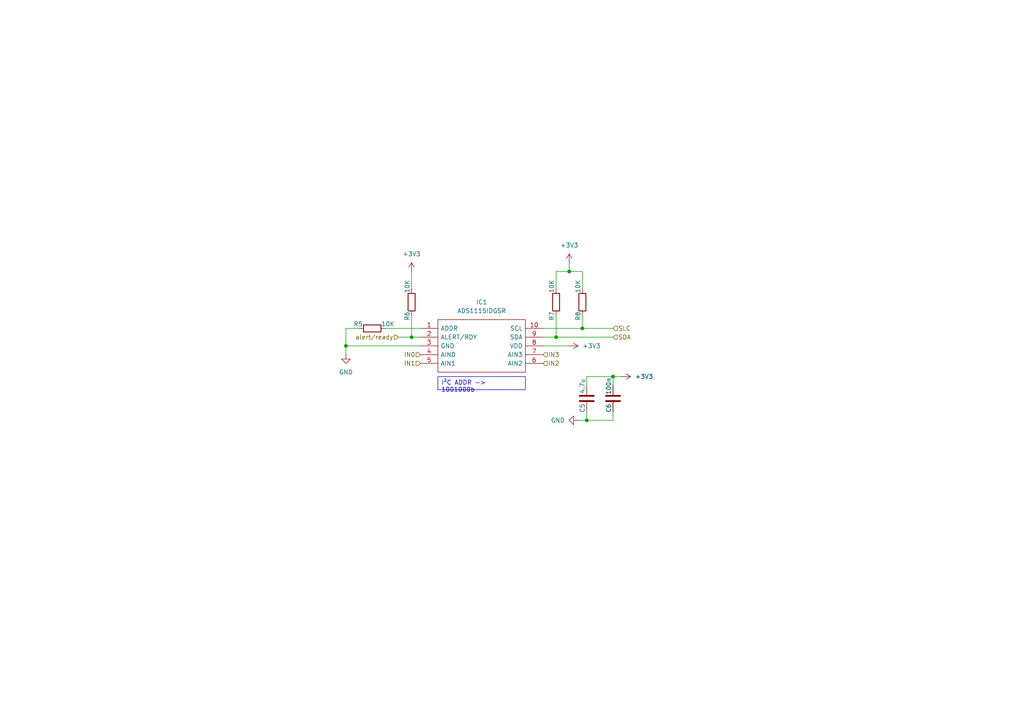
<source format=kicad_sch>
(kicad_sch (version 20231120) (generator "eeschema") (generator_version "8.0")
  (paper "A4")
  (title_block (company "SpaceLab UFSC"))
  (lib_symbols
    (symbol "ADS1115IDGSR:ADS1115IDGSR" (pin_names (offset 0.762))
      (property "Reference" "IC" (at 4.826 6.35 0))
      (property "Value" "ADS1115IDGSR" (at 4.826 3.81 0))
      (symbol "ADS1115IDGSR_0_0"
        (pin passive line (at 0 0 0) (length 5.08) (name "ADDR") (number "1"))
        (pin passive line (at 35.56 0 180) (length 5.08) (name "SCL") (number "10"))
        (pin passive line (at 0 -2.54 0) (length 5.08) (name "ALERT/RDY") (number "2"))
        (pin passive line (at 0 -5.08 0) (length 5.08) (name "GND") (number "3"))
        (pin passive line (at 0 -7.62 0) (length 5.08) (name "AIN0") (number "4"))
        (pin passive line (at 0 -10.16 0) (length 5.08) (name "AIN1") (number "5"))
        (pin passive line (at 35.56 -10.16 180) (length 5.08) (name "AIN2") (number "6"))
        (pin passive line (at 35.56 -7.62 180) (length 5.08) (name "AIN3") (number "7"))
        (pin passive line (at 35.56 -5.08 180) (length 5.08) (name "VDD") (number "8"))
        (pin passive line (at 35.56 -2.54 180) (length 5.08) (name "SDA") (number "9"))
      )
      (symbol "ADS1115IDGSR_0_1"
        (polyline (pts (xy 5.08 2.54) (xy 30.48 2.54) (xy 30.48 -12.7) (xy 5.08 -12.7) (xy 5.08 2.54)) (stroke (width 0.1524)))
      )
    )
    (symbol "Device:C" (pin_numbers hide) (pin_names (offset 0.254))
      (property "Reference" "C" (at 0.635 2.54 0))
      (property "Value" "C" (at 0.635 -2.54 0))
      (symbol "C_0_1"
        (polyline (pts (xy -2.032 -0.762) (xy 2.032 -0.762)) (stroke (width 0.508)))
        (polyline (pts (xy -2.032 0.762) (xy 2.032 0.762)) (stroke (width 0.508)))
      )
      (symbol "C_1_1"
        (pin passive line (at 0 3.81 270) (length 2.794) (name "~") (number "1"))
        (pin passive line (at 0 -3.81 90) (length 2.794) (name "~") (number "2"))
      )
    )
    (symbol "Device:R" (pin_numbers hide) (pin_names (offset 0))
      (property "Reference" "R" (at 2.032 0 90))
      (property "Value" "R" (at 0 0 90))
      (symbol "R_0_1"
        (rectangle (start -1.016 -2.54) (end 1.016 2.54) (stroke (width 0.254)))
      )
      (symbol "R_1_1"
        (pin passive line (at 0 3.81 270) (length 1.27) (name "~") (number "1"))
        (pin passive line (at 0 -3.81 90) (length 1.27) (name "~") (number "2"))
      )
    )
    (symbol "power:+3V3" (power) (pin_numbers hide) (pin_names (offset 0) hide)
      (property "Value" "+3V3" (at 0 3.556 0))
      (symbol "+3V3_0_1"
        (polyline (pts (xy -0.762 1.27) (xy 0 2.54)))
        (polyline (pts (xy 0 0) (xy 0 2.54)))
        (polyline (pts (xy 0 2.54) (xy 0.762 1.27)))
      )
      (symbol "+3V3_1_1"
        (pin power_in line (at 0 0 90) (length 0) (name "~") (number "1"))
      )
    )
    (symbol "power:GND" (power) (pin_numbers hide) (pin_names (offset 0) hide)
      (property "Value" "GND" (at 0 -3.81 0))
      (symbol "GND_0_1"
        (polyline (pts (xy 0 0) (xy 0 -1.27) (xy 1.27 -1.27) (xy 0 -2.54) (xy -1.27 -1.27) (xy 0 -1.27)))
      )
      (symbol "GND_1_1"
        (pin power_in line (at 0 0 270) (length 0) (name "~") (number "1"))
      )
    )
  )
  (junction (at 170.18 121.92))
  (junction (at 177.8 109.22))
  (junction (at 168.91 95.25))
  (junction (at 165.1 78.74))
  (junction (at 119.38 97.79))
  (junction (at 100.33 100.33))
  (junction (at 161.29 97.79))
  (wire (pts (xy 111.76 95.25) (xy 121.92 95.25)))
  (wire (pts (xy 157.48 100.33) (xy 165.1 100.33)))
  (wire (pts (xy 168.91 95.25) (xy 168.91 91.44)))
  (wire (pts (xy 170.18 121.92) (xy 177.8 121.92)))
  (wire (pts (xy 177.8 111.76) (xy 177.8 109.22)))
  (wire (pts (xy 119.38 78.74) (xy 119.38 83.82)))
  (wire (pts (xy 161.29 97.79) (xy 161.29 91.44)))
  (wire (pts (xy 177.8 119.38) (xy 177.8 121.92)))
  (wire (pts (xy 161.29 97.79) (xy 177.8 97.79)))
  (wire (pts (xy 180.34 109.22) (xy 177.8 109.22)))
  (wire (pts (xy 170.18 119.38) (xy 170.18 121.92)))
  (wire (pts (xy 165.1 76.2) (xy 165.1 78.74)))
  (wire (pts (xy 100.33 95.25) (xy 104.14 95.25)))
  (wire (pts (xy 157.48 95.25) (xy 168.91 95.25)))
  (wire (pts (xy 168.91 95.25) (xy 177.8 95.25)))
  (wire (pts (xy 121.92 100.33) (xy 100.33 100.33)))
  (wire (pts (xy 115.57 97.79) (xy 119.38 97.79)))
  (wire (pts (xy 100.33 100.33) (xy 100.33 95.25)))
  (wire (pts (xy 167.64 121.92) (xy 170.18 121.92)))
  (wire (pts (xy 157.48 97.79) (xy 161.29 97.79)))
  (wire (pts (xy 161.29 83.82) (xy 161.29 78.74)))
  (wire (pts (xy 119.38 97.79) (xy 121.92 97.79)))
  (wire (pts (xy 177.8 109.22) (xy 170.18 109.22)))
  (wire (pts (xy 170.18 109.22) (xy 170.18 111.76)))
  (wire (pts (xy 161.29 78.74) (xy 165.1 78.74)))
  (wire (pts (xy 165.1 78.74) (xy 168.91 78.74)))
  (wire (pts (xy 168.91 78.74) (xy 168.91 83.82)))
  (wire (pts (xy 119.38 91.44) (xy 119.38 97.79)))
  (wire (pts (xy 100.33 100.33) (xy 100.33 102.87)))
  (text_box "I²C ADDR -> 1001000b" (at 127 109.22 0) (size 25.4 3.81) (effects (font (size 1.27 1.27)) (justify left top)))
  (hierarchical_label "alert{slash}ready" (shape input) (at 115.57 97.79 180))
  (hierarchical_label "IN0" (shape input) (at 121.92 102.87 180))
  (hierarchical_label "SLC" (shape input) (at 177.8 95.25 0))
  (hierarchical_label "IN3" (shape input) (at 157.48 102.87 0))
  (hierarchical_label "IN1" (shape input) (at 121.92 105.41 180))
  (hierarchical_label "IN2" (shape input) (at 157.48 105.41 0))
  (hierarchical_label "SDA" (shape input) (at 177.8 97.79 0))
  (symbol (lib_id "ADS1115IDGSR:ADS1115IDGSR") (at 121.92 95.25 0) (unit 1)
    (property "Reference" "IC1" (at 139.7 87.63 0))
    (property "Value" "ADS1115IDGSR" (at 139.7 90.17 0))
    (property "Footprint" "ADS1115IDGSR:SOP50P490X110-10N" (effects (hide yes)))
    (property "Datasheet" "http://www.ti.com/lit/gpn/ADS1115" (effects (hide yes)))
    (property "Description" "16-Bit 860SPS 4-Ch Delta-Sigma ADC With PGA, Oscillator, Vref, Comparator, and I2C" (effects (hide yes)))
    (property "Description_1" "16-Bit 860SPS 4-Ch Delta-Sigma ADC With PGA, Oscillator, Vref, Comparator, and I2C" (effects (hide yes)))
    (property "Height" "1.1" (effects (hide yes)))
    (property "Mouser Part Number" "595-ADS1115IDGSR" (effects (hide yes)))
    (property "Mouser Price/Stock" "https://www.mouser.co.uk/ProductDetail/Texas-Instruments/ADS1115IDGSR?qs=IK5e5L0zOXjKCJoVMhYO%2FQ%3D%3D" (effects (hide yes)))
    (property "Manufacturer_Name" "Texas Instruments" (effects (hide yes)))
    (property "Manufacturer_Part_Number" "ADS1115IDGSR" (effects (hide yes)))
  )
  (symbol (lib_id "Device:C") (at 170.18 115.57 180) (unit 1)
    (property "Reference" "C5" (at 168.91 118.364 90))
    (property "Value" "4.7u" (at 168.91 112.014 90))
    (property "Footprint" "Capacitor_SMD:C_0603_1608Metric" (effects (hide yes)))
    (property "Description" "Unpolarized capacitor" (effects (hide yes)))
  )
  (symbol (lib_id "Device:R") (at 107.95 95.25 90) (unit 1)
    (property "Reference" "R5" (at 103.886 93.98 90))
    (property "Value" "10K" (at 112.522 93.98 90))
    (property "Footprint" "Resistor_SMD:R_0603_1608Metric" (effects (hide yes)))
    (property "Description" "Resistor" (effects (hide yes)))
  )
  (symbol (lib_id "power:+3V3") (at 165.1 76.2 0) (unit 1)
    (property "Reference" "#PWR018" (effects (hide yes)))
    (property "Value" "+3V3" (at 165.1 71.12 0))
    (property "Description" "Power symbol creates a global label with name \"+3V3\"" (effects (hide yes)))
  )
  (symbol (lib_id "power:GND") (at 167.64 121.92 270) (unit 1)
    (property "Reference" "#PWR021" (effects (hide yes)))
    (property "Value" "GND" (at 163.83 121.9199 90) (effects (justify right)))
    (property "Description" "Power symbol creates a global label with name \"GND\" , ground" (effects (hide yes)))
  )
  (symbol (lib_id "Device:R") (at 119.38 87.63 180) (unit 1)
    (property "Reference" "R6" (at 118.11 91.694 90))
    (property "Value" "10K" (at 118.11 83.058 90))
    (property "Footprint" "Resistor_SMD:R_0603_1608Metric" (effects (hide yes)))
    (property "Description" "Resistor" (effects (hide yes)))
  )
  (symbol (lib_id "power:GND") (at 100.33 102.87 0) (unit 1)
    (property "Reference" "#PWR017" (effects (hide yes)))
    (property "Value" "GND" (at 100.33 107.95 0))
    (property "Description" "Power symbol creates a global label with name \"GND\" , ground" (effects (hide yes)))
  )
  (symbol (lib_id "Device:C") (at 177.8 115.57 180) (unit 1)
    (property "Reference" "C6" (at 176.53 118.364 90))
    (property "Value" "100n" (at 176.53 112.014 90))
    (property "Footprint" "Capacitor_SMD:C_0603_1608Metric" (effects (hide yes)))
    (property "Description" "Unpolarized capacitor" (effects (hide yes)))
  )
  (symbol (lib_id "Device:R") (at 168.91 87.63 180) (unit 1)
    (property "Reference" "R8" (at 167.64 91.694 90))
    (property "Value" "10K" (at 167.64 83.058 90))
    (property "Footprint" "Resistor_SMD:R_0603_1608Metric" (effects (hide yes)))
    (property "Description" "Resistor" (effects (hide yes)))
  )
  (symbol (lib_id "power:+3V3") (at 180.34 109.22 270) (unit 1)
    (property "Reference" "#PWR020" (effects (hide yes)))
    (property "Value" "+3V3" (at 184.15 109.2199 90) (effects (justify left)))
    (property "Description" "Power symbol creates a global label with name \"+3V3\"" (effects (hide yes)))
  )
  (symbol (lib_id "power:+3V3") (at 119.38 78.74 0) (unit 1)
    (property "Reference" "#PWR015" (effects (hide yes)))
    (property "Value" "+3V3" (at 119.38 73.66 0))
    (property "Description" "Power symbol creates a global label with name \"+3V3\"" (effects (hide yes)))
  )
  (symbol (lib_id "Device:R") (at 161.29 87.63 180) (unit 1)
    (property "Reference" "R7" (at 160.02 91.694 90))
    (property "Value" "10K" (at 160.02 83.058 90))
    (property "Footprint" "Resistor_SMD:R_0603_1608Metric" (effects (hide yes)))
    (property "Description" "Resistor" (effects (hide yes)))
  )
  (symbol (lib_id "power:+3V3") (at 165.1 100.33 270) (unit 1)
    (property "Reference" "#PWR019" (effects (hide yes)))
    (property "Value" "+3V3" (at 168.91 100.3299 90) (effects (justify left)))
    (property "Description" "Power symbol creates a global label with name \"+3V3\"" (effects (hide yes)))
  )
)
</source>
